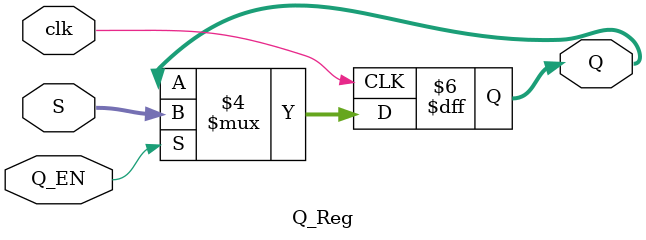
<source format=v>
/* 
REG. NO: SEU/IS/13/EG/091
NAME: P.RUMESH
THIS VERILOG CODE IS FOR Q REGISTER IN THE GIVEN DIAGRAM
*/

// DEFINING Q REGISTER
module Q_Reg(S, clk, Q_EN, Q);

input[3:0] S;		//FOUR BIT INPUT S
input clk;		//CLOCK INPUT
input Q_EN;		//Q_EN INPUT
output reg[3:0] Q;	//Q OUTPUT SAVED IN REGISTER

always@(posedge clk)begin
	if (Q_EN==1)	// IF Q_EN==1 DISPLAY S ELSE DISPLAY Q
		Q=S;
	else
		Q=Q;
	end
endmodule
</source>
